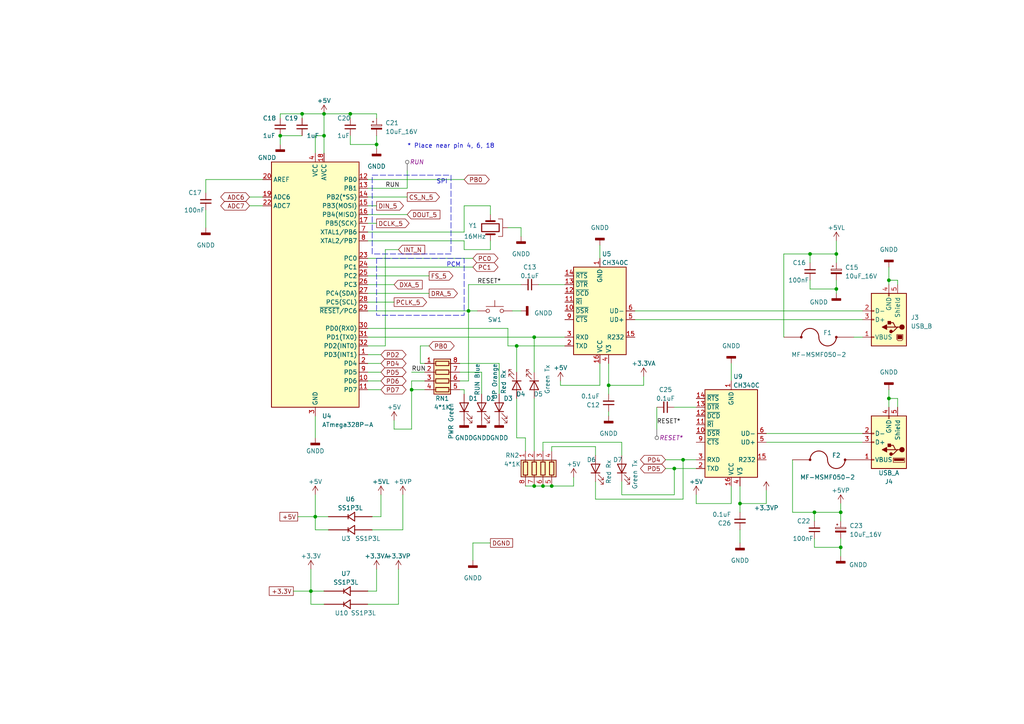
<source format=kicad_sch>
(kicad_sch (version 20230121) (generator eeschema)
  (paper "A4")
  (lib_symbols
    (symbol "Connector:USB_A" (pin_names (offset 1.016))
      (property "Reference" "J" (at -5.08 11.43 0))
      (property "Value" "USB_A" (at -5.08 8.89 0))
      (symbol "USB_A_0_1"
        (rectangle (start -5.08 -7.62) (end 5.08 7.62) (stroke (width 0.254)) (fill (type background)))
        (circle (center -3.81 2.159) (radius 0.635) (stroke (width 0.254)) (fill (type outline)))
        (rectangle (start -1.524 4.826) (end -4.318 5.334) (fill (type outline)))
        (rectangle (start -1.27 4.572) (end -4.572 5.842))
        (circle (center -0.635 3.429) (radius 0.381) (stroke (width 0.254)) (fill (type outline)))
        (rectangle (start -0.127 -7.62) (end 0.127 -6.858))
        (polyline (pts (xy -3.175 2.159) (xy -2.54 2.159) (xy -1.27 3.429) (xy -0.635 3.429)) (stroke (width 0.254)))
        (polyline (pts (xy -2.54 2.159) (xy -1.905 2.159) (xy -1.27 0.889) (xy 0 0.889)) (stroke (width 0.254)))
        (polyline (pts (xy 0.635 2.794) (xy 0.635 1.524) (xy 1.905 2.159) (xy 0.635 2.794)) (stroke (width 0.254)) (fill (type outline)))
        (rectangle (start 0.254 1.27) (end -0.508 0.508) (stroke (width 0.254)) (fill (type outline)))
        (rectangle (start 5.08 -2.667) (end 4.318 -2.413))
        (rectangle (start 5.08 -0.127) (end 4.318 0.127))
        (rectangle (start 5.08 4.953) (end 4.318 5.207))
      )
      (symbol "USB_A_1_1"
        (polyline (pts (xy -1.905 2.159) (xy 0.635 2.159)) (stroke (width 0.254)))
        (pin power_in line (at 7.62 5.08 180) (length 2.54) (name "VBUS") (number "1"))
        (pin bidirectional line (at 7.62 -2.54 180) (length 2.54) (name "D-") (number "2"))
        (pin bidirectional line (at 7.62 0 180) (length 2.54) (name "D+") (number "3"))
        (pin power_in line (at 0 -10.16 90) (length 2.54) (name "GND") (number "4"))
        (pin passive line (at -2.54 -10.16 90) (length 2.54) (name "Shield") (number "5"))
      )
    )
    (symbol "Connector:USB_B" (pin_names (offset 1.016))
      (property "Reference" "J" (at -5.08 11.43 0))
      (property "Value" "USB_B" (at -5.08 8.89 0))
      (symbol "USB_B_0_1"
        (rectangle (start -5.08 -7.62) (end 5.08 7.62) (stroke (width 0.254)) (fill (type background)))
        (circle (center -3.81 2.159) (radius 0.635) (stroke (width 0.254)) (fill (type outline)))
        (rectangle (start -3.81 5.588) (end -2.54 4.572) (fill (type outline)))
        (circle (center -0.635 3.429) (radius 0.381) (stroke (width 0.254)) (fill (type outline)))
        (rectangle (start -0.127 -7.62) (end 0.127 -6.858))
        (polyline (pts (xy -1.905 2.159) (xy 0.635 2.159)) (stroke (width 0.254)))
        (polyline (pts (xy -3.175 2.159) (xy -2.54 2.159) (xy -1.27 3.429) (xy -0.635 3.429)) (stroke (width 0.254)))
        (polyline (pts (xy -2.54 2.159) (xy -1.905 2.159) (xy -1.27 0.889) (xy 0 0.889)) (stroke (width 0.254)))
        (polyline (pts (xy 0.635 2.794) (xy 0.635 1.524) (xy 1.905 2.159) (xy 0.635 2.794)) (stroke (width 0.254)) (fill (type outline)))
        (polyline (pts (xy -4.064 4.318) (xy -2.286 4.318) (xy -2.286 5.715) (xy -2.667 6.096) (xy -3.683 6.096) (xy -4.064 5.715) (xy -4.064 4.318)))
        (rectangle (start 0.254 1.27) (end -0.508 0.508) (stroke (width 0.254)) (fill (type outline)))
        (rectangle (start 5.08 -2.667) (end 4.318 -2.413))
        (rectangle (start 5.08 -0.127) (end 4.318 0.127))
        (rectangle (start 5.08 4.953) (end 4.318 5.207))
      )
      (symbol "USB_B_1_1"
        (pin power_out line (at 7.62 5.08 180) (length 2.54) (name "VBUS") (number "1"))
        (pin bidirectional line (at 7.62 -2.54 180) (length 2.54) (name "D-") (number "2"))
        (pin bidirectional line (at 7.62 0 180) (length 2.54) (name "D+") (number "3"))
        (pin power_out line (at 0 -10.16 90) (length 2.54) (name "GND") (number "4"))
        (pin passive line (at -2.54 -10.16 90) (length 2.54) (name "Shield") (number "5"))
      )
    )
    (symbol "Device:C_Polarized_Small" (pin_numbers hide) (pin_names (offset 0.254) hide)
      (property "Reference" "C" (at 0.254 1.778 0))
      (property "Value" "C_Polarized_Small" (at 0.254 -2.032 0))
      (symbol "C_Polarized_Small_0_1"
        (rectangle (start -1.524 -0.3048) (end 1.524 -0.6858) (fill (type outline)))
        (rectangle (start -1.524 0.6858) (end 1.524 0.3048))
        (polyline (pts (xy -1.27 1.524) (xy -0.762 1.524)))
        (polyline (pts (xy -1.016 1.27) (xy -1.016 1.778)))
      )
      (symbol "C_Polarized_Small_1_1"
        (pin passive line (at 0 2.54 270) (length 1.8542) (name "~") (number "1"))
        (pin passive line (at 0 -2.54 90) (length 1.8542) (name "~") (number "2"))
      )
    )
    (symbol "Device:C_Small" (pin_numbers hide) (pin_names (offset 0.254) hide)
      (property "Reference" "C" (at 0.254 1.778 0))
      (property "Value" "C_Small" (at 0.254 -2.032 0))
      (symbol "C_Small_0_1"
        (polyline (pts (xy -1.524 -0.508) (xy 1.524 -0.508)) (stroke (width 0.3302)))
        (polyline (pts (xy -1.524 0.508) (xy 1.524 0.508)) (stroke (width 0.3048)))
      )
      (symbol "C_Small_1_1"
        (pin passive line (at 0 2.54 270) (length 2.032) (name "~") (number "1"))
        (pin passive line (at 0 -2.54 90) (length 2.032) (name "~") (number "2"))
      )
    )
    (symbol "Device:Crystal_GND2" (pin_numbers hide) (pin_names (offset 1.016) hide)
      (property "Reference" "Y" (at 0 5.715 0))
      (property "Value" "Crystal_GND2" (at 0 3.81 0))
      (symbol "Crystal_GND2_0_1"
        (rectangle (start -1.143 2.54) (end 1.143 -2.54) (stroke (width 0.3048)))
        (polyline (pts (xy -2.54 0) (xy -1.905 0)))
        (polyline (pts (xy -1.905 -1.27) (xy -1.905 1.27)) (stroke (width 0.508)))
        (polyline (pts (xy 0 -3.81) (xy 0 -3.556)))
        (polyline (pts (xy 1.905 0) (xy 2.54 0)))
        (polyline (pts (xy 1.905 1.27) (xy 1.905 -1.27)) (stroke (width 0.508)))
        (polyline (pts (xy -2.54 -2.286) (xy -2.54 -3.556) (xy 2.54 -3.556) (xy 2.54 -2.286)))
      )
      (symbol "Crystal_GND2_1_1"
        (pin passive line (at -3.81 0 0) (length 1.27) (name "1") (number "1"))
        (pin passive line (at 0 -5.08 90) (length 1.27) (name "2") (number "2"))
        (pin passive line (at 3.81 0 180) (length 1.27) (name "3") (number "3"))
      )
    )
    (symbol "Device:LED" (pin_numbers hide) (pin_names (offset 1.016) hide)
      (property "Reference" "D" (at 0 2.54 0))
      (property "Value" "LED" (at 0 -2.54 0))
      (symbol "LED_0_1"
        (polyline (pts (xy -1.27 -1.27) (xy -1.27 1.27)) (stroke (width 0.254)))
        (polyline (pts (xy -1.27 0) (xy 1.27 0)))
        (polyline (pts (xy 1.27 -1.27) (xy 1.27 1.27) (xy -1.27 0) (xy 1.27 -1.27)) (stroke (width 0.254)))
        (polyline (pts (xy -3.048 -0.762) (xy -4.572 -2.286) (xy -3.81 -2.286) (xy -4.572 -2.286) (xy -4.572 -1.524)))
        (polyline (pts (xy -1.778 -0.762) (xy -3.302 -2.286) (xy -2.54 -2.286) (xy -3.302 -2.286) (xy -3.302 -1.524)))
      )
      (symbol "LED_1_1"
        (pin passive line (at -3.81 0 0) (length 2.54) (name "K") (number "1"))
        (pin passive line (at 3.81 0 180) (length 2.54) (name "A") (number "2"))
      )
    )
    (symbol "Device:R_Pack04" (pin_names (offset 0) hide)
      (property "Reference" "RN" (at -7.62 0 90))
      (property "Value" "R_Pack04" (at 5.08 0 90))
      (symbol "R_Pack04_0_1"
        (rectangle (start -6.35 -2.413) (end 3.81 2.413) (stroke (width 0.254)) (fill (type background)))
        (rectangle (start -5.715 1.905) (end -4.445 -1.905) (stroke (width 0.254)))
        (rectangle (start -3.175 1.905) (end -1.905 -1.905) (stroke (width 0.254)))
        (rectangle (start -0.635 1.905) (end 0.635 -1.905) (stroke (width 0.254)))
        (polyline (pts (xy -5.08 -2.54) (xy -5.08 -1.905)))
        (polyline (pts (xy -5.08 1.905) (xy -5.08 2.54)))
        (polyline (pts (xy -2.54 -2.54) (xy -2.54 -1.905)))
        (polyline (pts (xy -2.54 1.905) (xy -2.54 2.54)))
        (polyline (pts (xy 0 -2.54) (xy 0 -1.905)))
        (polyline (pts (xy 0 1.905) (xy 0 2.54)))
        (polyline (pts (xy 2.54 -2.54) (xy 2.54 -1.905)))
        (polyline (pts (xy 2.54 1.905) (xy 2.54 2.54)))
        (rectangle (start 1.905 1.905) (end 3.175 -1.905) (stroke (width 0.254)))
      )
      (symbol "R_Pack04_1_1"
        (pin passive line (at -5.08 -5.08 90) (length 2.54) (name "R1.1") (number "1"))
        (pin passive line (at -2.54 -5.08 90) (length 2.54) (name "R2.1") (number "2"))
        (pin passive line (at 0 -5.08 90) (length 2.54) (name "R3.1") (number "3"))
        (pin passive line (at 2.54 -5.08 90) (length 2.54) (name "R4.1") (number "4"))
        (pin passive line (at 2.54 5.08 270) (length 2.54) (name "R4.2") (number "5"))
        (pin passive line (at 0 5.08 270) (length 2.54) (name "R3.2") (number "6"))
        (pin passive line (at -2.54 5.08 270) (length 2.54) (name "R2.2") (number "7"))
        (pin passive line (at -5.08 5.08 270) (length 2.54) (name "R1.2") (number "8"))
      )
    )
    (symbol "Interface_USB:CH340C"
      (property "Reference" "U" (at -5.08 13.97 0))
      (property "Value" "CH340C" (at 1.27 13.97 0))
      (symbol "CH340C_0_1"
        (rectangle (start -7.62 12.7) (end 7.62 -12.7) (stroke (width 0.254)) (fill (type background)))
      )
      (symbol "CH340C_1_1"
        (pin power_in line (at 0 -15.24 90) (length 2.54) (name "GND") (number "1"))
        (pin input line (at 10.16 0 180) (length 2.54) (name "~{DSR}") (number "10"))
        (pin input line (at 10.16 -2.54 180) (length 2.54) (name "~{RI}") (number "11"))
        (pin input line (at 10.16 -5.08 180) (length 2.54) (name "~{DCD}") (number "12"))
        (pin output line (at 10.16 -7.62 180) (length 2.54) (name "~{DTR}") (number "13"))
        (pin output line (at 10.16 -10.16 180) (length 2.54) (name "~{RTS}") (number "14"))
        (pin input line (at -10.16 7.62 0) (length 2.54) (name "R232") (number "15"))
        (pin power_in line (at 0 15.24 270) (length 2.54) (name "VCC") (number "16"))
        (pin output line (at 10.16 10.16 180) (length 2.54) (name "TXD") (number "2"))
        (pin input line (at 10.16 7.62 180) (length 2.54) (name "RXD") (number "3"))
        (pin passive line (at -2.54 15.24 270) (length 2.54) (name "V3") (number "4"))
        (pin bidirectional line (at -10.16 2.54 0) (length 2.54) (name "UD+") (number "5"))
        (pin bidirectional line (at -10.16 0 0) (length 2.54) (name "UD-") (number "6"))
        (pin no_connect line (at -7.62 -7.62 0) (length 2.54) hide (name "NC") (number "7"))
        (pin no_connect line (at -7.62 -10.16 0) (length 2.54) hide (name "NC") (number "8"))
        (pin input line (at 10.16 2.54 180) (length 2.54) (name "~{CTS}") (number "9"))
      )
    )
    (symbol "MCU_Microchip_ATmega:ATmega328P-A"
      (property "Reference" "U" (at -12.7 36.83 0))
      (property "Value" "ATmega328P-A" (at 2.54 -36.83 0))
      (symbol "ATmega328P-A_0_1"
        (rectangle (start -12.7 35.56) (end 12.7 -35.56) (stroke (width 0.254)) (fill (type background)))
      )
      (symbol "ATmega328P-A_1_1"
        (pin bidirectional line (at 15.24 -20.32 180) (length 2.54) (name "PD3(INT1)") (number "1"))
        (pin bidirectional line (at 15.24 -27.94 180) (length 2.54) (name "PD6") (number "10"))
        (pin bidirectional line (at 15.24 -30.48 180) (length 2.54) (name "PD7") (number "11"))
        (pin bidirectional line (at 15.24 30.48 180) (length 2.54) (name "PB0") (number "12"))
        (pin bidirectional line (at 15.24 27.94 180) (length 2.54) (name "PB1") (number "13"))
        (pin bidirectional line (at 15.24 25.4 180) (length 2.54) (name "PB2(*SS)") (number "14"))
        (pin bidirectional line (at 15.24 22.86 180) (length 2.54) (name "PB3(MOSI)") (number "15"))
        (pin bidirectional line (at 15.24 20.32 180) (length 2.54) (name "PB4(MISO)") (number "16"))
        (pin bidirectional line (at 15.24 17.78 180) (length 2.54) (name "PB5(SCK)") (number "17"))
        (pin power_in line (at 2.54 38.1 270) (length 2.54) (name "AVCC") (number "18"))
        (pin input line (at -15.24 25.4 0) (length 2.54) (name "ADC6") (number "19"))
        (pin bidirectional line (at 15.24 -22.86 180) (length 2.54) (name "PD4") (number "2"))
        (pin passive line (at -15.24 30.48 0) (length 2.54) (name "AREF") (number "20"))
        (pin passive line (at 0 -38.1 90) (length 2.54) hide (name "GND") (number "21"))
        (pin input line (at -15.24 22.86 0) (length 2.54) (name "ADC7") (number "22"))
        (pin bidirectional line (at 15.24 7.62 180) (length 2.54) (name "PC0") (number "23"))
        (pin bidirectional line (at 15.24 5.08 180) (length 2.54) (name "PC1") (number "24"))
        (pin bidirectional line (at 15.24 2.54 180) (length 2.54) (name "PC2") (number "25"))
        (pin bidirectional line (at 15.24 0 180) (length 2.54) (name "PC3") (number "26"))
        (pin bidirectional line (at 15.24 -2.54 180) (length 2.54) (name "PC4(SDA)") (number "27"))
        (pin bidirectional line (at 15.24 -5.08 180) (length 2.54) (name "PC5(SCL)") (number "28"))
        (pin bidirectional line (at 15.24 -7.62 180) (length 2.54) (name "~{RESET}/PC6") (number "29"))
        (pin power_in line (at 0 -38.1 90) (length 2.54) (name "GND") (number "3"))
        (pin bidirectional line (at 15.24 -12.7 180) (length 2.54) (name "PD0(RX0)") (number "30"))
        (pin bidirectional line (at 15.24 -15.24 180) (length 2.54) (name "PD1(TX0)") (number "31"))
        (pin bidirectional line (at 15.24 -17.78 180) (length 2.54) (name "PD2(INT0)") (number "32"))
        (pin power_in line (at 0 38.1 270) (length 2.54) (name "VCC") (number "4"))
        (pin passive line (at 0 -38.1 90) (length 2.54) hide (name "GND") (number "5"))
        (pin passive line (at 0 38.1 270) (length 2.54) hide (name "VCC") (number "6"))
        (pin bidirectional line (at 15.24 15.24 180) (length 2.54) (name "XTAL1/PB6") (number "7"))
        (pin bidirectional line (at 15.24 12.7 180) (length 2.54) (name "XTAL2/PB7") (number "8"))
        (pin bidirectional line (at 15.24 -25.4 180) (length 2.54) (name "PD5") (number "9"))
      )
    )
    (symbol "MSMF050:MF-MSMF050-2" (pin_numbers hide) (pin_names (offset 1.016) hide)
      (property "Reference" "F" (at -5.0878 3.8158 0))
      (property "Value" "MF-MSMF050-2" (at -5.089 -3.8168 0))
      (symbol "MF-MSMF050-2_0_0"
        (circle (center -5.08 0) (radius 0.254) (stroke (width 0.254)))
        (arc (start 0 0) (mid -2.54 2.529) (end -5.08 0) (stroke (width 0.254)))
        (arc (start 0 0) (mid 2.54 -2.529) (end 5.08 0) (stroke (width 0.254)))
        (circle (center 5.08 0) (radius 0.254) (stroke (width 0.254)))
        (pin passive line (at -10.16 0 0) (length 5.08) (name "1") (number "1"))
        (pin passive line (at 10.16 0 180) (length 5.08) (name "2") (number "2"))
      )
    )
    (symbol "SS1P3L:SS1P3L" (pin_numbers hide) (pin_names (offset 1.016) hide)
      (property "Reference" "U" (at -1.9062 1.9062 0))
      (property "Value" "SS1P3L" (at -1.9077 -3.1795 0))
      (symbol "SS1P3L_0_0"
        (polyline (pts (xy 0 -1.27) (xy 1.905 0)) (stroke (width 0.254)))
        (polyline (pts (xy 0 0) (xy -5.08 0)) (stroke (width 0.254)))
        (polyline (pts (xy 0 0) (xy 0 -1.27)) (stroke (width 0.254)))
        (polyline (pts (xy 0 1.27) (xy 0 0)) (stroke (width 0.254)))
        (polyline (pts (xy 1.905 0) (xy 0 1.27)) (stroke (width 0.254)))
        (polyline (pts (xy 1.905 0) (xy 1.905 -0.635)) (stroke (width 0.254)))
        (polyline (pts (xy 1.905 0) (xy 7.62 0)) (stroke (width 0.254)))
        (polyline (pts (xy 1.905 0.635) (xy 1.905 0)) (stroke (width 0.254)))
        (pin bidirectional line (at 7.62 0 180) (length 0) (name "K") (number "P$1"))
        (pin bidirectional line (at -5.08 0 0) (length 0) (name "A") (number "P$2"))
      )
    )
    (symbol "Switch:SW_Push" (pin_numbers hide) (pin_names (offset 1.016) hide)
      (property "Reference" "SW" (at 1.27 2.54 0))
      (property "Value" "SW_Push" (at 0 -1.524 0))
      (symbol "SW_Push_0_1"
        (circle (center -2.032 0) (radius 0.508))
        (polyline (pts (xy 0 1.27) (xy 0 3.048)))
        (polyline (pts (xy 2.54 1.27) (xy -2.54 1.27)))
        (circle (center 2.032 0) (radius 0.508))
        (pin passive line (at -5.08 0 0) (length 2.54) (name "1") (number "1"))
        (pin passive line (at 5.08 0 180) (length 2.54) (name "2") (number "2"))
      )
    )
    (symbol "power:+3.3V" (power) (pin_names (offset 0))
      (property "Value" "+3.3V" (at 0 3.556 0))
      (symbol "+3.3V_0_1"
        (polyline (pts (xy -0.762 1.27) (xy 0 2.54)))
        (polyline (pts (xy 0 0) (xy 0 2.54)))
        (polyline (pts (xy 0 2.54) (xy 0.762 1.27)))
      )
      (symbol "+3.3V_1_1"
        (pin power_in line (at 0 0 90) (length 0) hide (name "+3.3V") (number "1"))
      )
    )
    (symbol "power:+3.3VA" (power) (pin_names (offset 0))
      (property "Value" "+3.3VA" (at 0 3.556 0))
      (symbol "+3.3VA_0_1"
        (polyline (pts (xy -0.762 1.27) (xy 0 2.54)))
        (polyline (pts (xy 0 0) (xy 0 2.54)))
        (polyline (pts (xy 0 2.54) (xy 0.762 1.27)))
      )
      (symbol "+3.3VA_1_1"
        (pin power_in line (at 0 0 90) (length 0) hide (name "+3.3VA") (number "1"))
      )
    )
    (symbol "power:+3.3VP" (power) (pin_names (offset 0))
      (property "Value" "+3.3VP" (at 0 2.54 0))
      (symbol "+3.3VP_0_0"
        (pin power_in line (at 0 0 90) (length 0) hide (name "+3.3VP") (number "1"))
      )
      (symbol "+3.3VP_0_1"
        (polyline (pts (xy -0.762 1.27) (xy 0 2.54)))
        (polyline (pts (xy 0 0) (xy 0 2.54)))
        (polyline (pts (xy 0 2.54) (xy 0.762 1.27)))
      )
    )
    (symbol "power:+5V" (power) (pin_names (offset 0))
      (property "Value" "+5V" (at 0 3.556 0))
      (symbol "+5V_0_1"
        (polyline (pts (xy -0.762 1.27) (xy 0 2.54)))
        (polyline (pts (xy 0 0) (xy 0 2.54)))
        (polyline (pts (xy 0 2.54) (xy 0.762 1.27)))
      )
      (symbol "+5V_1_1"
        (pin power_in line (at 0 0 90) (length 0) hide (name "+5V") (number "1"))
      )
    )
    (symbol "power:+5VL" (power) (pin_names (offset 0))
      (property "Value" "+5VL" (at 0 3.556 0))
      (symbol "+5VL_0_1"
        (polyline (pts (xy -0.762 1.27) (xy 0 2.54)))
        (polyline (pts (xy 0 0) (xy 0 2.54)))
        (polyline (pts (xy 0 2.54) (xy 0.762 1.27)))
      )
      (symbol "+5VL_1_1"
        (pin power_in line (at 0 0 90) (length 0) hide (name "+5VL") (number "1"))
      )
    )
    (symbol "power:+5VP" (power) (pin_names (offset 0))
      (property "Value" "+5VP" (at 0 3.556 0))
      (symbol "+5VP_0_1"
        (polyline (pts (xy -0.762 1.27) (xy 0 2.54)))
        (polyline (pts (xy 0 0) (xy 0 2.54)))
        (polyline (pts (xy 0 2.54) (xy 0.762 1.27)))
      )
      (symbol "+5VP_1_1"
        (pin power_in line (at 0 0 90) (length 0) hide (name "+5VP") (number "1"))
      )
    )
    (symbol "power:GNDD" (power) (pin_names (offset 0))
      (property "Value" "GNDD" (at 0 -3.175 0))
      (symbol "GNDD_0_1"
        (rectangle (start -1.27 -1.524) (end 1.27 -2.032) (stroke (width 0.254)) (fill (type outline)))
        (polyline (pts (xy 0 0) (xy 0 -1.524)))
      )
      (symbol "GNDD_1_1"
        (pin power_in line (at 0 0 270) (length 0) hide (name "GNDD") (number "1"))
      )
    )
  )
  (junction (at 257.81 115.57))
  (junction (at 242.57 83.82))
  (junction (at 214.63 146.05))
  (junction (at 234.95 73.66))
  (junction (at 93.98 33.02))
  (junction (at 198.12 133.35))
  (junction (at 242.57 73.66))
  (junction (at 109.22 41.91))
  (junction (at 243.84 158.75))
  (junction (at 101.6 33.02))
  (junction (at 149.86 100.33))
  (junction (at 154.94 140.97))
  (junction (at 157.48 140.97))
  (junction (at 87.63 33.02))
  (junction (at 195.58 135.89))
  (junction (at 257.81 81.28))
  (junction (at 160.02 140.97))
  (junction (at 135.89 90.17))
  (junction (at 236.22 148.59))
  (junction (at 243.84 148.59))
  (junction (at 91.44 149.86))
  (junction (at 93.98 39.37))
  (junction (at 81.28 39.37))
  (junction (at 176.53 111.76))
  (junction (at 90.17 171.45))
  (junction (at 154.94 97.79))
  (junction (at 119.38 113.03))
  (wire (pts (xy 106.68 100.33) (xy 111.76 100.33)))
  (wire (pts (xy 81.28 34.29) (xy 81.28 33.02)))
  (wire (pts (xy 229.87 148.59) (xy 229.87 133.35)))
  (wire (pts (xy 186.69 111.76) (xy 176.53 111.76)))
  (wire (pts (xy 106.68 59.69) (xy 109.22 59.69)))
  (wire (pts (xy 109.22 33.02) (xy 101.6 33.02)))
  (wire (pts (xy 115.57 175.26) (xy 106.68 175.26)))
  (wire (pts (xy 157.48 128.27) (xy 180.34 128.27)))
  (wire (pts (xy 59.69 52.07) (xy 76.2 52.07)))
  (wire (pts (xy 242.57 73.66) (xy 242.57 76.2)))
  (wire (pts (xy 59.69 60.96) (xy 59.69 66.04)))
  (wire (pts (xy 106.68 69.85) (xy 134.62 69.85)))
  (wire (pts (xy 222.25 125.73) (xy 250.19 125.73)))
  (wire (pts (xy 222.25 128.27) (xy 250.19 128.27)))
  (wire (pts (xy 147.32 95.25) (xy 147.32 100.33)))
  (wire (pts (xy 190.5 118.11) (xy 190.5 124.46)))
  (wire (pts (xy 201.93 143.51) (xy 201.93 146.05)))
  (wire (pts (xy 260.35 82.55) (xy 260.35 81.28)))
  (wire (pts (xy 242.57 69.85) (xy 242.57 73.66)))
  (wire (pts (xy 93.98 39.37) (xy 93.98 44.45)))
  (wire (pts (xy 135.89 90.17) (xy 135.89 110.49)))
  (wire (pts (xy 227.33 73.66) (xy 227.33 97.79)))
  (wire (pts (xy 193.04 133.35) (xy 198.12 133.35)))
  (wire (pts (xy 212.09 105.41) (xy 212.09 110.49)))
  (wire (pts (xy 138.43 90.17) (xy 135.89 90.17)))
  (wire (pts (xy 91.44 153.67) (xy 91.44 149.86)))
  (wire (pts (xy 162.56 110.49) (xy 162.56 111.76)))
  (wire (pts (xy 106.68 110.49) (xy 110.49 110.49)))
  (wire (pts (xy 134.62 113.03) (xy 134.62 114.3)))
  (wire (pts (xy 160.02 130.81) (xy 160.02 129.54)))
  (wire (pts (xy 81.28 33.02) (xy 87.63 33.02)))
  (wire (pts (xy 148.59 90.17) (xy 151.13 90.17)))
  (wire (pts (xy 106.68 67.31) (xy 134.62 67.31)))
  (wire (pts (xy 72.39 57.15) (xy 76.2 57.15)))
  (wire (pts (xy 176.53 105.41) (xy 176.53 111.76)))
  (wire (pts (xy 114.3 121.92) (xy 114.3 124.46)))
  (wire (pts (xy 149.86 100.33) (xy 149.86 107.95)))
  (wire (pts (xy 151.13 82.55) (xy 135.89 82.55)))
  (wire (pts (xy 172.72 129.54) (xy 172.72 132.08)))
  (wire (pts (xy 236.22 148.59) (xy 243.84 148.59)))
  (wire (pts (xy 149.86 115.57) (xy 149.86 127)))
  (wire (pts (xy 134.62 59.69) (xy 142.24 59.69)))
  (wire (pts (xy 172.72 139.7) (xy 172.72 144.78)))
  (wire (pts (xy 160.02 140.97) (xy 166.37 140.97)))
  (wire (pts (xy 106.68 90.17) (xy 135.89 90.17)))
  (wire (pts (xy 144.78 105.41) (xy 144.78 114.3)))
  (wire (pts (xy 59.69 55.88) (xy 59.69 52.07)))
  (wire (pts (xy 90.17 165.1) (xy 90.17 171.45)))
  (wire (pts (xy 180.34 128.27) (xy 180.34 132.08)))
  (wire (pts (xy 193.04 135.89) (xy 195.58 135.89)))
  (wire (pts (xy 186.69 109.22) (xy 186.69 111.76)))
  (wire (pts (xy 91.44 39.37) (xy 93.98 39.37)))
  (wire (pts (xy 157.48 130.81) (xy 157.48 128.27)))
  (wire (pts (xy 162.56 111.76) (xy 173.99 111.76)))
  (wire (pts (xy 106.68 102.87) (xy 110.49 102.87)))
  (wire (pts (xy 236.22 148.59) (xy 229.87 148.59)))
  (wire (pts (xy 133.35 110.49) (xy 135.89 110.49)))
  (wire (pts (xy 173.99 111.76) (xy 173.99 105.41)))
  (wire (pts (xy 133.35 113.03) (xy 134.62 113.03)))
  (wire (pts (xy 160.02 129.54) (xy 172.72 129.54)))
  (wire (pts (xy 121.92 100.33) (xy 121.92 105.41)))
  (wire (pts (xy 243.84 156.21) (xy 243.84 158.75)))
  (wire (pts (xy 109.22 165.1) (xy 109.22 171.45)))
  (wire (pts (xy 111.76 72.39) (xy 115.57 72.39)))
  (wire (pts (xy 95.25 149.86) (xy 91.44 149.86)))
  (wire (pts (xy 214.63 146.05) (xy 222.25 146.05)))
  (wire (pts (xy 149.86 100.33) (xy 163.83 100.33)))
  (wire (pts (xy 184.15 90.17) (xy 250.19 90.17)))
  (wire (pts (xy 81.28 39.37) (xy 81.28 41.91)))
  (wire (pts (xy 142.24 69.85) (xy 142.24 72.39)))
  (wire (pts (xy 152.4 127) (xy 152.4 130.81)))
  (wire (pts (xy 214.63 146.05) (xy 214.63 148.59)))
  (wire (pts (xy 93.98 33.02) (xy 93.98 39.37)))
  (wire (pts (xy 87.63 33.02) (xy 93.98 33.02)))
  (wire (pts (xy 176.53 120.65) (xy 176.53 119.38)))
  (wire (pts (xy 106.68 87.63) (xy 114.3 87.63)))
  (wire (pts (xy 234.95 76.2) (xy 234.95 73.66)))
  (wire (pts (xy 106.68 95.25) (xy 147.32 95.25)))
  (wire (pts (xy 257.81 113.03) (xy 257.81 115.57)))
  (wire (pts (xy 152.4 127) (xy 149.86 127)))
  (wire (pts (xy 119.38 113.03) (xy 123.19 113.03)))
  (wire (pts (xy 195.58 143.51) (xy 195.58 135.89)))
  (wire (pts (xy 101.6 34.29) (xy 101.6 33.02)))
  (wire (pts (xy 234.95 73.66) (xy 227.33 73.66)))
  (wire (pts (xy 119.38 113.03) (xy 119.38 110.49)))
  (wire (pts (xy 139.7 107.95) (xy 139.7 114.3)))
  (wire (pts (xy 86.36 149.86) (xy 91.44 149.86)))
  (wire (pts (xy 124.46 100.33) (xy 121.92 100.33)))
  (wire (pts (xy 257.81 82.55) (xy 257.81 81.28)))
  (wire (pts (xy 116.84 143.51) (xy 116.84 153.67)))
  (wire (pts (xy 147.32 66.04) (xy 151.13 66.04)))
  (wire (pts (xy 95.25 153.67) (xy 91.44 153.67)))
  (wire (pts (xy 152.4 140.97) (xy 154.94 140.97)))
  (wire (pts (xy 154.94 97.79) (xy 154.94 107.95)))
  (wire (pts (xy 106.68 107.95) (xy 110.49 107.95)))
  (wire (pts (xy 234.95 83.82) (xy 242.57 83.82)))
  (wire (pts (xy 111.76 100.33) (xy 111.76 72.39)))
  (wire (pts (xy 234.95 73.66) (xy 242.57 73.66)))
  (wire (pts (xy 119.38 113.03) (xy 119.38 124.46)))
  (wire (pts (xy 107.95 149.86) (xy 110.49 149.86)))
  (wire (pts (xy 154.94 97.79) (xy 163.83 97.79)))
  (wire (pts (xy 201.93 146.05) (xy 212.09 146.05)))
  (wire (pts (xy 180.34 139.7) (xy 180.34 143.51)))
  (wire (pts (xy 154.94 140.97) (xy 157.48 140.97)))
  (wire (pts (xy 260.35 115.57) (xy 257.81 115.57)))
  (wire (pts (xy 156.21 82.55) (xy 163.83 82.55)))
  (wire (pts (xy 257.81 81.28) (xy 257.81 77.47)))
  (wire (pts (xy 236.22 156.21) (xy 236.22 158.75)))
  (wire (pts (xy 184.15 92.71) (xy 250.19 92.71)))
  (wire (pts (xy 101.6 41.91) (xy 109.22 41.91)))
  (wire (pts (xy 214.63 153.67) (xy 214.63 157.48)))
  (wire (pts (xy 101.6 33.02) (xy 93.98 33.02)))
  (wire (pts (xy 151.13 66.04) (xy 151.13 68.58)))
  (wire (pts (xy 134.62 67.31) (xy 134.62 59.69)))
  (wire (pts (xy 257.81 115.57) (xy 257.81 118.11)))
  (wire (pts (xy 119.38 107.95) (xy 123.19 107.95)))
  (wire (pts (xy 236.22 158.75) (xy 243.84 158.75)))
  (wire (pts (xy 87.63 33.02) (xy 87.63 34.29)))
  (wire (pts (xy 93.98 171.45) (xy 90.17 171.45)))
  (wire (pts (xy 115.57 165.1) (xy 115.57 175.26)))
  (wire (pts (xy 234.95 81.28) (xy 234.95 83.82)))
  (wire (pts (xy 106.68 80.01) (xy 124.46 80.01)))
  (wire (pts (xy 173.99 74.93) (xy 173.99 71.12)))
  (wire (pts (xy 247.65 97.79) (xy 250.19 97.79)))
  (wire (pts (xy 106.68 105.41) (xy 110.49 105.41)))
  (wire (pts (xy 116.84 153.67) (xy 107.95 153.67)))
  (wire (pts (xy 195.58 118.11) (xy 201.93 118.11)))
  (wire (pts (xy 149.86 100.33) (xy 147.32 100.33)))
  (wire (pts (xy 106.68 62.23) (xy 118.11 62.23)))
  (wire (pts (xy 180.34 143.51) (xy 195.58 143.51)))
  (wire (pts (xy 137.16 162.56) (xy 137.16 157.48)))
  (wire (pts (xy 142.24 59.69) (xy 142.24 62.23)))
  (wire (pts (xy 242.57 83.82) (xy 242.57 85.09)))
  (wire (pts (xy 260.35 118.11) (xy 260.35 115.57)))
  (wire (pts (xy 106.68 82.55) (xy 114.3 82.55)))
  (wire (pts (xy 123.19 105.41) (xy 121.92 105.41)))
  (wire (pts (xy 106.68 85.09) (xy 124.46 85.09)))
  (wire (pts (xy 109.22 34.29) (xy 109.22 33.02)))
  (wire (pts (xy 90.17 175.26) (xy 90.17 171.45)))
  (wire (pts (xy 135.89 82.55) (xy 135.89 90.17)))
  (wire (pts (xy 157.48 140.97) (xy 160.02 140.97)))
  (wire (pts (xy 198.12 144.78) (xy 198.12 133.35)))
  (wire (pts (xy 110.49 143.51) (xy 110.49 149.86)))
  (wire (pts (xy 91.44 44.45) (xy 91.44 39.37)))
  (wire (pts (xy 91.44 143.51) (xy 91.44 149.86)))
  (wire (pts (xy 195.58 135.89) (xy 201.93 135.89)))
  (wire (pts (xy 166.37 140.97) (xy 166.37 138.43)))
  (wire (pts (xy 133.35 105.41) (xy 144.78 105.41)))
  (wire (pts (xy 222.25 142.24) (xy 222.25 146.05)))
  (wire (pts (xy 176.53 111.76) (xy 176.53 114.3)))
  (wire (pts (xy 260.35 81.28) (xy 257.81 81.28)))
  (wire (pts (xy 106.68 57.15) (xy 118.11 57.15)))
  (wire (pts (xy 106.68 113.03) (xy 110.49 113.03)))
  (wire (pts (xy 106.68 74.93) (xy 137.16 74.93)))
  (wire (pts (xy 236.22 151.13) (xy 236.22 148.59)))
  (wire (pts (xy 134.62 72.39) (xy 142.24 72.39)))
  (wire (pts (xy 118.11 49.53) (xy 118.11 54.61)))
  (wire (pts (xy 109.22 41.91) (xy 109.22 39.37)))
  (wire (pts (xy 72.39 59.69) (xy 76.2 59.69)))
  (wire (pts (xy 106.68 171.45) (xy 109.22 171.45)))
  (wire (pts (xy 106.68 97.79) (xy 154.94 97.79)))
  (wire (pts (xy 198.12 133.35) (xy 201.93 133.35)))
  (wire (pts (xy 134.62 69.85) (xy 134.62 72.39)))
  (wire (pts (xy 243.84 148.59) (xy 243.84 151.13)))
  (wire (pts (xy 91.44 120.65) (xy 91.44 127)))
  (wire (pts (xy 106.68 52.07) (xy 134.62 52.07)))
  (wire (pts (xy 133.35 107.95) (xy 139.7 107.95)))
  (wire (pts (xy 106.68 54.61) (xy 118.11 54.61)))
  (wire (pts (xy 119.38 110.49) (xy 123.19 110.49)))
  (wire (pts (xy 106.68 77.47) (xy 137.16 77.47)))
  (wire (pts (xy 114.3 124.46) (xy 119.38 124.46)))
  (wire (pts (xy 214.63 140.97) (xy 214.63 146.05)))
  (wire (pts (xy 106.68 64.77) (xy 109.22 64.77)))
  (wire (pts (xy 243.84 146.05) (xy 243.84 148.59)))
  (wire (pts (xy 242.57 81.28) (xy 242.57 83.82)))
  (wire (pts (xy 93.98 175.26) (xy 90.17 175.26)))
  (wire (pts (xy 212.09 140.97) (xy 212.09 146.05)))
  (wire (pts (xy 154.94 115.57) (xy 154.94 130.81)))
  (wire (pts (xy 81.28 39.37) (xy 87.63 39.37)))
  (wire (pts (xy 172.72 144.78) (xy 198.12 144.78)))
  (wire (pts (xy 243.84 158.75) (xy 243.84 161.29)))
  (wire (pts (xy 137.16 157.48) (xy 142.24 157.48)))
  (wire (pts (xy 109.22 41.91) (xy 109.22 43.18)))
  (wire (pts (xy 85.09 171.45) (xy 90.17 171.45)))
  (wire (pts (xy 101.6 39.37) (xy 101.6 41.91)))
  (text_box "SPI\n" (at 107.95 50.8 0) (size 22.86 22.86) (stroke (width 0) (type dash)) (effects (font (size 1.27 1.27)) (justify right top)))
  (text_box "PCM\n" (at 109.22 74.93 0) (size 25.4 16.51) (stroke (width 0) (type dash)) (effects (font (size 1.27 1.27)) (justify right top)))
  (text "* Place near pin 4, 6, 18" (at 118.11 43.18 0) (effects (font (size 1.27 1.27)) (justify left bottom)))
  (label "RESET*" (at 190.5 123.19 0))
  (label "RUN" (at 119.38 107.95 0))
  (label "RESET*" (at 138.43 82.55 0))
  (label "RUN" (at 111.76 54.61 0))
  (global_label "ADC6" (shape bidirectional) (at 72.39 57.15 180) (property "Intersheetrefs" "${INTERSHEET_REFS}" (effects hide)))
  (global_label "CS_N_5" (shape output) (at 118.11 57.15 0) (property "Intersheetrefs" "${INTERSHEET_REFS}" (effects hide)))
  (global_label "PD6" (shape bidirectional) (at 110.49 110.49 0) (property "Intersheetrefs" "${INTERSHEET_REFS}" (effects hide)))
  (global_label "PD7" (shape bidirectional) (at 110.49 113.03 0) (property "Intersheetrefs" "${INTERSHEET_REFS}" (effects hide)))
  (global_label "DRA_5" (shape output) (at 124.46 85.09 0) (property "Intersheetrefs" "${INTERSHEET_REFS}" (effects hide)))
  (global_label "DGND" (shape passive) (at 142.24 157.48 0) (property "Intersheetrefs" "${INTERSHEET_REFS}" (effects hide)))
  (global_label "INT_N" (shape input) (at 115.57 72.39 0) (property "Intersheetrefs" "${INTERSHEET_REFS}" (effects hide)))
  (global_label "PB0" (shape bidirectional) (at 134.62 52.07 0) (property "Intersheetrefs" "${INTERSHEET_REFS}" (effects hide)))
  (global_label "DCLK_5" (shape output) (at 109.22 64.77 0) (property "Intersheetrefs" "${INTERSHEET_REFS}" (effects hide)))
  (global_label "DOUT_5" (shape input) (at 118.11 62.23 0) (property "Intersheetrefs" "${INTERSHEET_REFS}" (effects hide)))
  (global_label "FS_5" (shape output) (at 124.46 80.01 0) (property "Intersheetrefs" "${INTERSHEET_REFS}" (effects hide)))
  (global_label "PCLK_5" (shape output) (at 114.3 87.63 0) (property "Intersheetrefs" "${INTERSHEET_REFS}" (effects hide)))
  (global_label "+5V" (shape passive) (at 86.36 149.86 180) (property "Intersheetrefs" "${INTERSHEET_REFS}" (effects hide)))
  (global_label "PD5" (shape bidirectional) (at 110.49 107.95 0) (property "Intersheetrefs" "${INTERSHEET_REFS}" (effects hide)))
  (global_label "PD4" (shape bidirectional) (at 193.04 133.35 180) (property "Intersheetrefs" "${INTERSHEET_REFS}" (effects hide)))
  (global_label "ADC7" (shape bidirectional) (at 72.39 59.69 180) (property "Intersheetrefs" "${INTERSHEET_REFS}" (effects hide)))
  (global_label "DIN_5" (shape output) (at 109.22 59.69 0) (property "Intersheetrefs" "${INTERSHEET_REFS}" (effects hide)))
  (global_label "PC1" (shape bidirectional) (at 137.16 77.47 0) (property "Intersheetrefs" "${INTERSHEET_REFS}" (effects hide)))
  (global_label "DXA_5" (shape input) (at 114.3 82.55 0) (property "Intersheetrefs" "${INTERSHEET_REFS}" (effects hide)))
  (global_label "+3.3V" (shape passive) (at 85.09 171.45 180) (property "Intersheetrefs" "${INTERSHEET_REFS}" (effects hide)))
  (global_label "PD4" (shape bidirectional) (at 110.49 105.41 0) (property "Intersheetrefs" "${INTERSHEET_REFS}" (effects hide)))
  (global_label "PD2" (shape bidirectional) (at 110.49 102.87 0) (property "Intersheetrefs" "${INTERSHEET_REFS}" (effects hide)))
  (global_label "PC0" (shape bidirectional) (at 137.16 74.93 0) (property "Intersheetrefs" "${INTERSHEET_REFS}" (effects hide)))
  (global_label "PD5" (shape bidirectional) (at 193.04 135.89 180) (property "Intersheetrefs" "${INTERSHEET_REFS}" (effects hide)))
  (global_label "PB0" (shape bidirectional) (at 124.46 100.33 0) (property "Intersheetrefs" "${INTERSHEET_REFS}" (effects hide)))
  (netclass_flag "" (length 2.54) (shape round) (at 190.5 124.46 180) (property "Netclass" "RESET*" (at 191.1985 127 0) (effects (font italic) (justify left))))
  (netclass_flag "" (length 2.54) (shape round) (at 118.11 49.53 0) (property "Netclass" "RUN" (at 118.8085 46.99 0) (effects (font italic) (justify left))))
  (symbol (lib_id "power:GNDD") (at 176.53 120.65 0) (unit 1)
    (property "Reference" "#PWR032" (effects hide))
    (property "Value" "GNDD" (at 176.53 125.73 0))
  )
  (symbol (lib_id "Device:C_Polarized_Small") (at 243.84 153.67 0) (unit 1)
    (property "Reference" "C23" (at 246.38 152.4889 0) (effects (justify left)))
    (property "Value" "10uF_16V" (at 246.38 155.0289 0) (effects (justify left)))
    (property "Footprint" "Capacitor_THT:CP_Radial_D5.0mm_P2.50mm" (effects hide))
  )
  (symbol (lib_id "Switch:SW_Push") (at 143.51 90.17 0) (unit 1)
    (property "Reference" "SW1" (at 143.51 92.71 0))
    (property "Value" "SW_Push" (effects hide))
    (property "Footprint" "Button_Switch_SMD:SW_SPST_TL3305A" (effects hide))
  )
  (symbol (lib_id "power:GNDD") (at 212.09 105.41 180) (unit 1)
    (property "Reference" "#PWR065" (effects hide))
    (property "Value" "GNDD" (at 212.09 100.33 0))
  )
  (symbol (lib_id "Device:C_Small") (at 81.28 36.83 180) (unit 1)
    (property "Reference" "C18" (at 76.2 34.29 0) (effects (justify right)))
    (property "Value" "1uF" (at 76.2 39.37 0) (effects (justify right)))
    (property "Footprint" "Capacitor_SMD:C_0603_1608Metric" (effects hide))
  )
  (symbol (lib_id "Device:C_Small") (at 59.69 58.42 180) (unit 1)
    (property "Reference" "C17" (at 54.61 55.88 0) (effects (justify right)))
    (property "Value" "100nF" (at 53.34 60.96 0) (effects (justify right)))
    (property "Footprint" "Capacitor_SMD:C_0603_1608Metric" (effects hide))
  )
  (symbol (lib_id "Device:C_Small") (at 101.6 36.83 180) (unit 1)
    (property "Reference" "C20" (at 97.79 34.29 0) (effects (justify right)))
    (property "Value" "1uF" (at 97.79 39.37 0) (effects (justify right)))
    (property "Footprint" "Capacitor_SMD:C_0603_1608Metric" (effects hide))
  )
  (symbol (lib_id "Device:LED") (at 139.7 118.11 90) (unit 1)
    (property "Reference" "D2" (at 140.97 115.57 90) (effects (justify right)))
    (property "Value" "RUN Blue" (at 138.43 105.41 0) (effects (justify right)))
    (property "Footprint" "LED_SMD:LED_0603_1608Metric" (effects hide))
  )
  (symbol (lib_id "Connector:USB_B") (at 257.81 92.71 180) (unit 1)
    (property "Reference" "J3" (at 264.16 92.075 0) (effects (justify right)))
    (property "Value" "USB_B" (at 264.16 94.615 0) (effects (justify right)))
    (property "Footprint" "Connector_USB:USB_B_Lumberg_2411_02_Horizontal" (effects hide))
    (property "Datasheet" " ~" (effects hide))
  )
  (symbol (lib_id "power:+5VL") (at 242.57 69.85 0) (unit 1)
    (property "Reference" "#PWR027" (effects hide))
    (property "Value" "+5VL" (at 242.57 66.04 0))
  )
  (symbol (lib_id "Device:LED") (at 180.34 135.89 90) (unit 1)
    (property "Reference" "D7" (at 177.8 133.35 90) (effects (justify right)))
    (property "Value" "Green Tx" (at 184.15 133.35 0) (effects (justify right)))
    (property "Footprint" "LED_SMD:LED_0603_1608Metric" (effects hide))
  )
  (symbol (lib_id "Device:LED") (at 149.86 111.76 270) (unit 1)
    (property "Reference" "D4" (at 152.4 114.3 90) (effects (justify right)))
    (property "Value" "Red Rx" (at 146.05 114.3 0) (effects (justify right)))
    (property "Footprint" "LED_SMD:LED_0603_1608Metric" (effects hide))
  )
  (symbol (lib_id "Device:C_Small") (at 176.53 116.84 180) (unit 1)
    (property "Reference" "C12" (at 173.99 117.4687 0) (effects (justify left)))
    (property "Value" "0.1uF" (at 173.99 114.9287 0) (effects (justify left)))
    (property "Footprint" "Capacitor_SMD:C_0603_1608Metric" (effects hide))
  )
  (symbol (lib_id "power:GNDD") (at 81.28 41.91 0) (unit 1)
    (property "Reference" "#PWR043" (effects hide))
    (property "Value" "GNDD" (at 77.47 45.72 0))
  )
  (symbol (lib_id "Device:LED") (at 172.72 135.89 90) (unit 1)
    (property "Reference" "D6" (at 170.18 133.35 90) (effects (justify right)))
    (property "Value" "Red Rx" (at 176.53 133.35 0) (effects (justify right)))
    (property "Footprint" "LED_SMD:LED_0603_1608Metric" (effects hide))
  )
  (symbol (lib_id "Device:C_Small") (at 236.22 153.67 180) (unit 1)
    (property "Reference" "C22" (at 231.14 151.13 0) (effects (justify right)))
    (property "Value" "100nF" (at 229.87 156.21 0) (effects (justify right)))
    (property "Footprint" "Capacitor_SMD:C_0603_1608Metric" (effects hide))
  )
  (symbol (lib_id "power:+5V") (at 201.93 143.51 0) (unit 1)
    (property "Reference" "#PWR066" (effects hide))
    (property "Value" "+5V" (at 201.93 139.7 0))
  )
  (symbol (lib_id "power:GNDD") (at 173.99 71.12 180) (unit 1)
    (property "Reference" "#PWR030" (effects hide))
    (property "Value" "GNDD" (at 173.99 66.04 0))
  )
  (symbol (lib_id "Device:C_Small") (at 153.67 82.55 270) (unit 1)
    (property "Reference" "C13" (at 153.6636 77.47 90))
    (property "Value" "0.1uF" (at 153.6636 80.01 90))
    (property "Footprint" "Capacitor_SMD:C_0603_1608Metric" (effects hide))
  )
  (symbol (lib_id "power:GNDD") (at 151.13 90.17 90) (unit 1)
    (property "Reference" "#PWR024" (effects hide))
    (property "Value" "GNDD" (at 154.94 90.805 90) (effects (justify right)))
  )
  (symbol (lib_id "Device:C_Small") (at 193.04 118.11 270) (unit 1)
    (property "Reference" "C25" (at 193.0336 113.03 90))
    (property "Value" "0.1uF" (at 193.0336 115.57 90))
    (property "Footprint" "Capacitor_SMD:C_0603_1608Metric" (effects hide))
  )
  (symbol (lib_id "Device:LED") (at 134.62 118.11 90) (unit 1)
    (property "Reference" "D1" (at 135.89 115.57 90) (effects (justify right)))
    (property "Value" "PWR Green" (at 130.81 116.84 0) (effects (justify right)))
    (property "Footprint" "LED_SMD:LED_0603_1608Metric" (effects hide))
  )
  (symbol (lib_id "Device:C_Polarized_Small") (at 242.57 78.74 0) (unit 1)
    (property "Reference" "C15" (at 245.11 77.5589 0) (effects (justify left)))
    (property "Value" "10uF_16V" (at 245.11 80.0989 0) (effects (justify left)))
    (property "Footprint" "Capacitor_THT:CP_Radial_D5.0mm_P2.50mm" (effects hide))
  )
  (symbol (lib_id "Device:Crystal_GND2") (at 142.24 66.04 90) (unit 1)
    (property "Reference" "Y1" (at 138.43 65.405 90) (effects (justify left)))
    (property "Value" "16MHz" (at 140.97 68.58 90) (effects (justify left)))
    (property "Footprint" "Crystal:Crystal_HC49-U-3Pin_Vertical" (effects hide))
  )
  (symbol (lib_id "MSMF050:MF-MSMF050-2") (at 240.03 133.35 180) (unit 1)
    (property "Reference" "F2" (at 242.57 132.08 0))
    (property "Value" "MF-MSMF050-2" (at 240.03 138.43 0))
    (property "Footprint" "my_lib:FUSM4632X85" (effects hide))
    (property "MANUFACTURER" "Bourns" (effects hide))
  )
  (symbol (lib_id "power:GNDD") (at 151.13 68.58 0) (unit 1)
    (property "Reference" "#PWR025" (effects hide))
    (property "Value" "GNDD" (at 151.13 73.66 0))
  )
  (symbol (lib_id "Device:C_Small") (at 234.95 78.74 180) (unit 1)
    (property "Reference" "C16" (at 229.87 76.2 0) (effects (justify right)))
    (property "Value" "100nF" (at 228.6 81.28 0) (effects (justify right)))
    (property "Footprint" "Capacitor_SMD:C_0603_1608Metric" (effects hide))
  )
  (symbol (lib_id "Interface_USB:CH340C") (at 173.99 90.17 180) (unit 1)
    (property "Reference" "U5" (at 174.5741 73.66 0) (effects (justify right)))
    (property "Value" "CH340C" (at 174.5741 76.2 0) (effects (justify right)))
    (property "Footprint" "Package_SO:SOIC-16_3.9x9.9mm_P1.27mm" (effects hide))
    (property "Datasheet" "https://datasheet.lcsc.com/szlcsc/Jiangsu-Qin-Heng-CH340C_C84681.pdf" (effects hide))
  )
  (symbol (lib_id "power:GNDD") (at 139.7 121.92 0) (unit 1)
    (property "Reference" "#PWR04" (effects hide))
    (property "Value" "GNDD" (at 139.7 127 0))
  )
  (symbol (lib_id "SS1P3L:SS1P3L") (at 102.87 149.86 180) (unit 1)
    (property "Reference" "U6" (at 101.6 144.78 0))
    (property "Value" "SS1P3L" (at 101.6 147.32 0))
    (property "Footprint" "my_lib:DO220AAL" (effects hide))
  )
  (symbol (lib_id "SS1P3L:SS1P3L") (at 102.87 153.67 180) (unit 1)
    (property "Reference" "U3" (at 100.33 156.21 0))
    (property "Value" "SS1P3L" (at 106.68 156.21 0))
    (property "Footprint" "my_lib:DO220AAL" (effects hide))
  )
  (symbol (lib_id "power:GNDD") (at 109.22 43.18 0) (unit 1)
    (property "Reference" "#PWR044" (effects hide))
    (property "Value" "GNDD" (at 109.22 48.26 0))
  )
  (symbol (lib_id "Connector:USB_A") (at 257.81 128.27 180) (unit 1)
    (property "Reference" "J4" (at 257.81 139.7 0))
    (property "Value" "USB_A" (at 257.81 137.16 0))
    (property "Footprint" "Connector_USB:USB_A_CNCTech_1001-011-01101_Horizontal" (effects hide))
    (property "Datasheet" " ~" (effects hide))
  )
  (symbol (lib_id "Device:C_Small") (at 214.63 151.13 180) (unit 1)
    (property "Reference" "C26" (at 212.09 151.7587 0) (effects (justify left)))
    (property "Value" "0.1uF" (at 212.09 149.2187 0) (effects (justify left)))
    (property "Footprint" "Capacitor_SMD:C_0603_1608Metric" (effects hide))
  )
  (symbol (lib_id "power:+5VP") (at 116.84 143.51 0) (unit 1)
    (property "Reference" "#PWR028" (effects hide))
    (property "Value" "+5VP" (at 116.84 139.7 0))
  )
  (symbol (lib_id "Device:R_Pack04") (at 128.27 110.49 270) (unit 1)
    (property "Reference" "RN1" (at 128.27 115.57 90))
    (property "Value" "4*1K" (at 128.27 118.11 90))
    (property "Footprint" "my_lib:SOIC127P780X210-8N" (effects hide))
  )
  (symbol (lib_id "Device:LED") (at 154.94 111.76 270) (unit 1)
    (property "Reference" "D5" (at 157.48 114.3 90) (effects (justify right)))
    (property "Value" "Green Tx" (at 158.75 114.3 0) (effects (justify right)))
    (property "Footprint" "LED_SMD:LED_0603_1608Metric" (effects hide))
  )
  (symbol (lib_id "power:GNDD") (at 91.44 127 0) (unit 1)
    (property "Reference" "#PWR045" (effects hide))
    (property "Value" "GNDD" (at 91.44 130.81 0))
  )
  (symbol (lib_id "power:+5V") (at 166.37 138.43 0) (unit 1)
    (property "Reference" "#PWR07" (effects hide))
    (property "Value" "+5V" (at 166.37 134.62 0))
  )
  (symbol (lib_id "power:GNDD") (at 257.81 113.03 180) (unit 1)
    (property "Reference" "#PWR064" (effects hide))
    (property "Value" "GNDD" (at 257.81 107.95 0))
  )
  (symbol (lib_id "power:GNDD") (at 214.63 157.48 0) (unit 1)
    (property "Reference" "#PWR059" (effects hide))
    (property "Value" "GNDD" (at 214.63 162.56 0))
  )
  (symbol (lib_id "Device:LED") (at 144.78 118.11 90) (unit 1)
    (property "Reference" "D3" (at 146.05 115.57 90) (effects (justify right)))
    (property "Value" "OP Orange" (at 143.51 105.41 0) (effects (justify right)))
    (property "Footprint" "LED_SMD:LED_0603_1608Metric" (effects hide))
  )
  (symbol (lib_id "power:GNDD") (at 242.57 85.09 0) (unit 1)
    (property "Reference" "#PWR040" (effects hide))
    (property "Value" "GNDD" (at 237.49 87.63 0))
  )
  (symbol (lib_id "power:+5V") (at 114.3 121.92 0) (unit 1)
    (property "Reference" "#PWR037" (effects hide))
    (property "Value" "+5V" (at 114.3 118.11 0))
  )
  (symbol (lib_id "power:+5V") (at 162.56 110.49 0) (unit 1)
    (property "Reference" "#PWR033" (effects hide))
    (property "Value" "+5V" (at 162.56 106.68 0))
  )
  (symbol (lib_id "power:GNDD") (at 134.62 121.92 0) (unit 1)
    (property "Reference" "#PWR034" (effects hide))
    (property "Value" "GNDD" (at 134.62 127 0))
  )
  (symbol (lib_id "Device:R_Pack04") (at 157.48 135.89 0) (mirror x) (unit 1)
    (property "Reference" "RN2" (at 148.59 132.08 0))
    (property "Value" "4*1K" (at 148.59 134.62 0))
    (property "Footprint" "my_lib:SOIC127P780X210-8N" (effects hide))
  )
  (symbol (lib_id "power:GNDD") (at 257.81 77.47 180) (unit 1)
    (property "Reference" "#PWR026" (effects hide))
    (property "Value" "GNDD" (at 257.81 72.39 0))
  )
  (symbol (lib_id "power:GNDD") (at 243.84 161.29 0) (unit 1)
    (property "Reference" "#PWR058" (effects hide))
    (property "Value" "GNDD" (at 248.92 163.83 0))
  )
  (symbol (lib_id "power:+3.3VA") (at 109.22 165.1 0) (unit 1)
    (property "Reference" "#PWR055" (effects hide))
    (property "Value" "+3.3VA" (at 109.22 161.29 0))
  )
  (symbol (lib_id "power:GNDD") (at 59.69 66.04 0) (unit 1)
    (property "Reference" "#PWR041" (effects hide))
    (property "Value" "GNDD" (at 59.69 71.12 0))
  )
  (symbol (lib_id "Interface_USB:CH340C") (at 212.09 125.73 180) (unit 1)
    (property "Reference" "U9" (at 212.6741 109.22 0) (effects (justify right)))
    (property "Value" "CH340C" (at 212.6741 111.76 0) (effects (justify right)))
    (property "Footprint" "Package_SO:SOIC-16_3.9x9.9mm_P1.27mm" (effects hide))
    (property "Datasheet" "https://datasheet.lcsc.com/szlcsc/Jiangsu-Qin-Heng-CH340C_C84681.pdf" (effects hide))
  )
  (symbol (lib_id "power:+3.3VP") (at 222.25 142.24 0) (unit 1)
    (property "Reference" "#PWR038" (effects hide))
    (property "Value" "+3.3VP" (at 222.25 147.32 0))
  )
  (symbol (lib_id "power:+5V") (at 91.44 143.51 0) (unit 1)
    (property "Reference" "#PWR029" (effects hide))
    (property "Value" "+5V" (at 91.44 139.7 0))
  )
  (symbol (lib_id "SS1P3L:SS1P3L") (at 101.6 175.26 180) (unit 1)
    (property "Reference" "U10" (at 99.06 177.8 0))
    (property "Value" "SS1P3L" (at 105.41 177.8 0))
    (property "Footprint" "my_lib:DO220AAL" (effects hide))
  )
  (symbol (lib_id "power:+5VP") (at 243.84 146.05 0) (unit 1)
    (property "Reference" "#PWR031" (effects hide))
    (property "Value" "+5VP" (at 243.84 142.24 0))
  )
  (symbol (lib_id "power:+5V") (at 93.98 33.02 0) (unit 1)
    (property "Reference" "#PWR042" (effects hide))
    (property "Value" "+5V" (at 93.98 29.21 0))
  )
  (symbol (lib_id "Device:C_Small") (at 87.63 36.83 180) (unit 1)
    (property "Reference" "C19" (at 82.55 34.29 0) (effects (justify right)))
    (property "Value" "1uF" (at 88.9 39.37 0) (effects (justify right)))
    (property "Footprint" "Capacitor_SMD:C_0603_1608Metric" (effects hide))
  )
  (symbol (lib_id "Device:C_Polarized_Small") (at 109.22 36.83 0) (unit 1)
    (property "Reference" "C21" (at 111.76 35.6489 0) (effects (justify left)))
    (property "Value" "10uF_16V" (at 111.76 38.1889 0) (effects (justify left)))
    (property "Footprint" "Capacitor_THT:CP_Radial_D5.0mm_P2.50mm" (effects hide))
  )
  (symbol (lib_id "power:+3.3V") (at 90.17 165.1 0) (unit 1)
    (property "Reference" "#PWR061" (effects hide))
    (property "Value" "+3.3V" (at 90.17 161.29 0))
  )
  (symbol (lib_id "SS1P3L:SS1P3L") (at 101.6 171.45 180) (unit 1)
    (property "Reference" "U7" (at 100.33 166.37 0))
    (property "Value" "SS1P3L" (at 100.33 168.91 0))
    (property "Footprint" "my_lib:DO220AAL" (effects hide))
  )
  (symbol (lib_id "MSMF050:MF-MSMF050-2") (at 237.49 97.79 180) (unit 1)
    (property "Reference" "F1" (at 240.03 96.52 0))
    (property "Value" "MF-MSMF050-2" (at 237.49 102.87 0))
    (property "Footprint" "my_lib:FUSM4632X85" (effects hide))
    (property "MANUFACTURER" "Bourns" (effects hide))
  )
  (symbol (lib_id "MCU_Microchip_ATmega:ATmega328P-A") (at 91.44 82.55 0) (unit 1)
    (property "Reference" "U4" (at 93.3959 120.65 0) (effects (justify left)))
    (property "Value" "ATmega328P-A" (at 93.3959 123.19 0) (effects (justify left)))
    (property "Footprint" "Package_QFP:TQFP-32_7x7mm_P0.8mm" (effects hide))
    (property "Datasheet" "http://ww1.microchip.com/downloads/en/DeviceDoc/ATmega328_P%20AVR%20MCU%20with%20picoPower%20Technology%20Data%20Sheet%2040001984A.pdf" (effects hide))
  )
  (symbol (lib_id "power:+3.3VA") (at 186.69 109.22 0) (unit 1)
    (property "Reference" "#PWR060" (effects hide))
    (property "Value" "+3.3VA" (at 186.69 105.41 0))
  )
  (symbol (lib_id "power:GNDD") (at 137.16 162.56 0) (unit 1)
    (property "Reference" "#PWR039" (effects hide))
    (property "Value" "GNDD" (at 137.16 167.64 0))
    (instances (project "telluino" (path "" (reference "#PWR039") (unit 1)) (path "" (reference "#PWR054") (unit 1))))
  )
  (symbol (lib_id "power:GNDD") (at 144.78 121.92 0) (unit 1)
    (property "Reference" "#PWR069" (effects hide))
    (property "Value" "GNDD" (at 144.78 127 0))
  )
  (symbol (lib_id "power:+3.3VP") (at 115.57 165.1 0) (unit 1)
    (property "Reference" "#PWR036" (effects hide))
    (property "Value" "+3.3VP" (at 115.57 161.29 0))
  )
  (symbol (lib_id "power:+5VL") (at 110.49 143.51 0) (unit 1)
    (property "Reference" "#PWR023" (effects hide))
    (property "Value" "+5VL" (at 110.49 139.7 0))
  )
)
</source>
